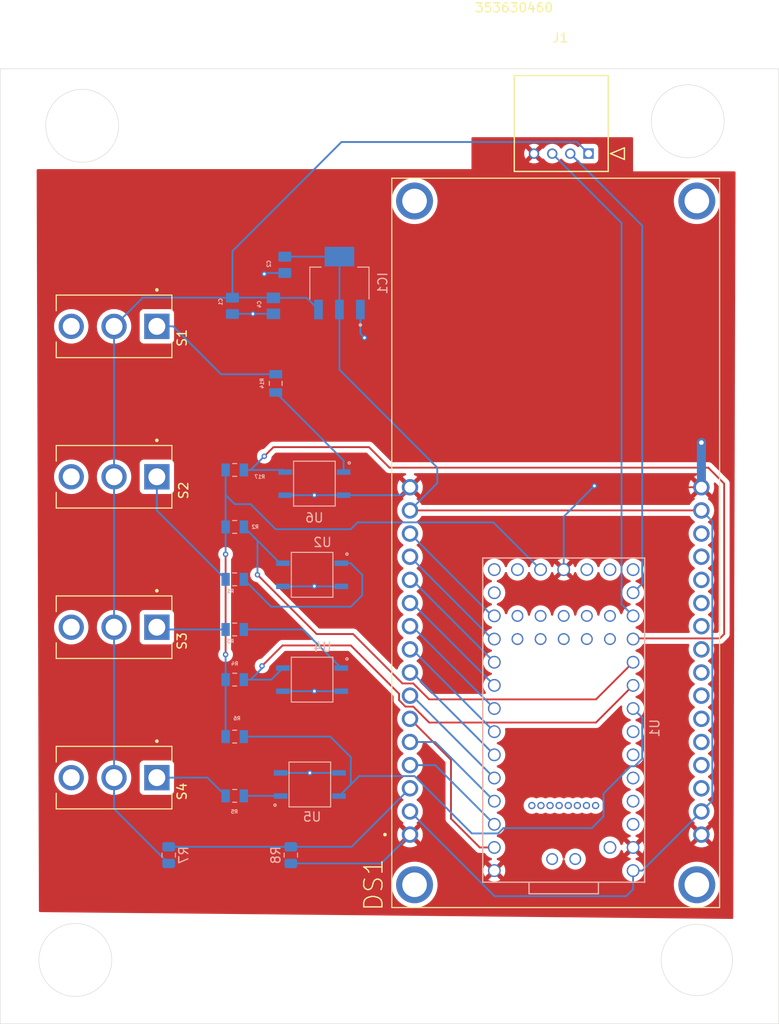
<source format=kicad_pcb>
(kicad_pcb (version 20241229) (generator "pcbnew") (generator_version "9.0")
  (layers (0 "F.Cu" signal) (2 "B.Cu" signal) (13 "F.Paste" user) (15 "B.Paste" user) (5 "F.SilkS" user "F.Silkscreen") (7 "B.SilkS" user "B.Silkscreen") (1 "F.Mask" user) (3 "B.Mask" user) (25 "Edge.Cuts" user))
  (net 0 "")
  (net 1 "GND")
  (net 2 "+12V")
  (net 3 "Net-(U1-0_RX1_CRX2_CS1)")
  (net 4 "Net-(U1-2_OUT2)")
  (net 5 "Net-(U1-4_BCLK2)")
  (net 6 "Net-(U1-5_IN2)")
  (net 7 "Net-(U1-3_LRCLK2)")
  (net 8 "Net-(U1-6_OUT1D)")
  (net 9 "Net-(U1-1_TX1_CTX2_MISO1)")
  (net 10 "Net-(U1-10_CS_MQSR)")
  (net 11 "Net-(U1-8_TX2_IN1)")
  (net 12 "+5V")
  (net 13 "Net-(U1-9_OUT1C)")
  (net 14 "Net-(U1-7_RX2_OUT1A)")
  (net 15 "Net-(U1-15_A1_RX3_SPDIF_IN)")
  (net 16 "Net-(U1-14_A0_TX3_SPDIF_OUT)")
  (net 50 "+3.7V")
  (net 55 "Net-(R14-Pad1)")
  (net 56 "Net-(R1-Pad1)")
  (net 58 "Net-(R3-Pad1)")
  (net 61 "Net-(R5-Pad1)")
  (net 62 "Net-(U1-17_A3_TX4_SDA1)")
  (net 63 "+3.3V")
  (net 64 "Net-(U1-19_A5_SCL0)")
  (net 65 "Net-(U1-16_A2_RX4_SCL1)")
  (net 66 "Net-(U1-18_A4_SDA0)")
  (net 67 "Net-(R1-Pad2)")
  (net 68 "Net-(R3-Pad2)")
  (net 69 "Net-(R5-Pad2)")
  (net 70 "Net-(R14-Pad2)")
  (footprint "100SP1T1B4M2QE:SW_100SP1T1B4M2QE" (layer "F.Cu") (at 139.25 107 -90)
    (property "Reference" "S4" (at 1.52 -7.465 90) (layer "F.SilkS"))
    (property "Value" "100SP1T1B4M2QE")
    (fp_line (start -3.43 6.35) (end -3.43 -6.35) (stroke (width 0.127)) (layer "F.SilkS"))
    (fp_line (start -1.71 6.35) (end -3.43 6.35) (stroke (width 0.127)) (layer "F.SilkS"))
    (fp_line (start 3.43 6.35) (end 1.71 6.35) (stroke (width 0.127)) (layer "F.SilkS"))
    (fp_line (start -1.71 -6.35) (end -3.43 -6.35) (stroke (width 0.127)) (layer "F.SilkS"))
    (fp_line (start 3.43 -6.35) (end 3.43 6.35) (stroke (width 0.127)) (layer "F.SilkS"))
    (fp_line (start 3.43 -6.35) (end 1.71 -6.35) (stroke (width 0.127)) (layer "F.SilkS"))
    (fp_circle (center -4 -4.7) (end -3.9 -4.7) (stroke (width 0.2)) (fill no) (layer "F.SilkS"))
    (pad "1" thru_hole rect (at 0 -4.7 270) (size 2.775 2.775) (drill 1.85) (layers "*.Cu" "*.Mask") (net 61 "Net-(R5-Pad1)"))
    (pad "2" thru_hole circle (at 0 0 270) (size 2.775 2.775) (drill 1.85) (layers "*.Cu" "*.Mask") (net 2 "+12V"))
    (pad "3" thru_hole circle (at 0 4.7 270) (size 2.775 2.775) (drill 1.85) (layers "*.Cu" "*.Mask"))
  )
  (footprint "100SP1T1B4M2QE:SW_100SP1T1B4M2QE" (layer "F.Cu") (at 139.25 57.5 -90)
    (property "Reference" "S1" (at 1.27 -7.465 90) (layer "F.SilkS"))
    (property "Value" "100SP1T1B4M2QE")
    (fp_line (start -3.43 6.35) (end -3.43 -6.35) (stroke (width 0.127)) (layer "F.SilkS"))
    (fp_line (start -1.71 6.35) (end -3.43 6.35) (stroke (width 0.127)) (layer "F.SilkS"))
    (fp_line (start 3.43 6.35) (end 1.71 6.35) (stroke (width 0.127)) (layer "F.SilkS"))
    (fp_line (start -1.71 -6.35) (end -3.43 -6.35) (stroke (width 0.127)) (layer "F.SilkS"))
    (fp_line (start 3.43 -6.35) (end 3.43 6.35) (stroke (width 0.127)) (layer "F.SilkS"))
    (fp_line (start 3.43 -6.35) (end 1.71 -6.35) (stroke (width 0.127)) (layer "F.SilkS"))
    (fp_circle (center -4 -4.7) (end -3.9 -4.7) (stroke (width 0.2)) (fill no) (layer "F.SilkS"))
    (pad "1" thru_hole rect (at 0 -4.7 270) (size 2.775 2.775) (drill 1.85) (layers "*.Cu" "*.Mask") (net 55 "Net-(R14-Pad1)"))
    (pad "2" thru_hole circle (at 0 0 270) (size 2.775 2.775) (drill 1.85) (layers "*.Cu" "*.Mask") (net 2 "+12V"))
    (pad "3" thru_hole circle (at 0 4.7 270) (size 2.775 2.775) (drill 1.85) (layers "*.Cu" "*.Mask"))
  )
  (footprint "100SP1T1B4M2QE:SW_100SP1T1B4M2QE" (layer "F.Cu") (at 139.25 90.5 -90)
    (property "Reference" "S3" (at 1.52 -7.465 90) (layer "F.SilkS"))
    (property "Value" "100SP1T1B4M2QE")
    (fp_line (start -3.43 6.35) (end -3.43 -6.35) (stroke (width 0.127)) (layer "F.SilkS"))
    (fp_line (start -1.71 6.35) (end -3.43 6.35) (stroke (width 0.127)) (layer "F.SilkS"))
    (fp_line (start 3.43 6.35) (end 1.71 6.35) (stroke (width 0.127)) (layer "F.SilkS"))
    (fp_line (start -1.71 -6.35) (end -3.43 -6.35) (stroke (width 0.127)) (layer "F.SilkS"))
    (fp_line (start 3.43 -6.35) (end 3.43 6.35) (stroke (width 0.127)) (layer "F.SilkS"))
    (fp_line (start 3.43 -6.35) (end 1.71 -6.35) (stroke (width 0.127)) (layer "F.SilkS"))
    (fp_circle (center -4 -4.7) (end -3.9 -4.7) (stroke (width 0.2)) (fill no) (layer "F.SilkS"))
    (pad "1" thru_hole rect (at 0 -4.7 270) (size 2.775 2.775) (drill 1.85) (layers "*.Cu" "*.Mask") (net 58 "Net-(R3-Pad1)"))
    (pad "2" thru_hole circle (at 0 0 270) (size 2.775 2.775) (drill 1.85) (layers "*.Cu" "*.Mask") (net 2 "+12V"))
    (pad "3" thru_hole circle (at 0 4.7 270) (size 2.775 2.775) (drill 1.85) (layers "*.Cu" "*.Mask"))
  )
  (footprint "353630460:CON_353630460" (layer "F.Cu") (at 191.3582 38.552)
    (property "Reference" "J1" (at -3.0988 -12.7 0) (layer "F.SilkS"))
    (property "Value" "353630460")
    (fp_line (start -8.1534 -8.5598) (end -8.1534 1.9558) (stroke (width 0.1524)) (layer "F.SilkS"))
    (fp_line (start -8.1534 1.9558) (end 2.159 1.9558) (stroke (width 0.1524)) (layer "F.SilkS"))
    (fp_line (start 2.159 -8.5598) (end -8.1534 -8.5598) (stroke (width 0.1524)) (layer "F.SilkS"))
    (fp_line (start 2.159 1.9558) (end 2.159 -8.5598) (stroke (width 0.1524)) (layer "F.SilkS"))
    (fp_line (start 2.413 0) (end 3.937 -0.635) (stroke (width 0.1524)) (layer "F.SilkS"))
    (fp_line (start 3.937 -0.635) (end 3.937 0.635) (stroke (width 0.1524)) (layer "F.SilkS"))
    (fp_line (start 3.937 0.635) (end 2.413 0) (stroke (width 0.1524)) (layer "F.SilkS"))
    (fp_text user "353630460" (at -8.1788 -16.002 0) (layer "F.SilkS"))
    (pad "1" thru_hole rect (at 0 0) (size 1.143 1.143) (drill 0.7874) (layers "*.Cu" "*.Mask") (net 2 "+12V"))
    (pad "2" thru_hole circle (at -2.0066 0) (size 1.143 1.143) (drill 0.7874) (layers "*.Cu" "*.Mask") (net 16 "Net-(U1-14_A0_TX3_SPDIF_OUT)"))
    (pad "3" thru_hole circle (at -3.9878 0) (size 1.143 1.143) (drill 0.7874) (layers "*.Cu" "*.Mask") (net 15 "Net-(U1-15_A1_RX3_SPDIF_IN)"))
    (pad "4" thru_hole circle (at -5.9944 0) (size 1.143 1.143) (drill 0.7874) (layers "*.Cu" "*.Mask") (net 1 "GND"))
  )
  (footprint "100SP1T1B4M2QE:SW_100SP1T1B4M2QE" (layer "F.Cu") (at 139.25 74 -90)
    (property "Reference" "S2" (at 1.5 -7.635 90) (layer "F.SilkS"))
    (property "Value" "100SP1T1B4M2QE")
    (fp_line (start -3.43 6.35) (end -3.43 -6.35) (stroke (width 0.127)) (layer "F.SilkS"))
    (fp_line (start -1.71 6.35) (end -3.43 6.35) (stroke (width 0.127)) (layer "F.SilkS"))
    (fp_line (start 3.43 6.35) (end 1.71 6.35) (stroke (width 0.127)) (layer "F.SilkS"))
    (fp_line (start -1.71 -6.35) (end -3.43 -6.35) (stroke (width 0.127)) (layer "F.SilkS"))
    (fp_line (start 3.43 -6.35) (end 3.43 6.35) (stroke (width 0.127)) (layer "F.SilkS"))
    (fp_line (start 3.43 -6.35) (end 1.71 -6.35) (stroke (width 0.127)) (layer "F.SilkS"))
    (fp_circle (center -4 -4.7) (end -3.9 -4.7) (stroke (width 0.2)) (fill no) (layer "F.SilkS"))
    (pad "1" thru_hole rect (at 0 -4.7 270) (size 2.775 2.775) (drill 1.85) (layers "*.Cu" "*.Mask") (net 56 "Net-(R1-Pad1)"))
    (pad "2" thru_hole circle (at 0 0 270) (size 2.775 2.775) (drill 1.85) (layers "*.Cu" "*.Mask") (net 2 "+12V"))
    (pad "3" thru_hole circle (at 0 4.7 270) (size 2.775 2.775) (drill 1.85) (layers "*.Cu" "*.Mask"))
  )
  (footprint "NHD-0216K1Z-NSW-BBW-L:NHD_NHD-0216K1Z-NSW-BBW-L" (layer "F.Cu") (at 187.75 81.25 90)
    (property "Reference" "DS1" (at -37.5 -20 90) (layer "F.SilkS") (effects (font (size 2 2))))
    (property "Value" "NHD-0216K1Z-NSW-BBW-L")
    (fp_line (start 40 -18) (end 40 18) (stroke (width 0.127)) (layer "F.SilkS"))
    (fp_line (start -40 -18) (end 40 -18) (stroke (width 0.127)) (layer "F.SilkS"))
    (fp_line (start 40 18) (end -40 18) (stroke (width 0.127)) (layer "F.SilkS"))
    (fp_line (start -40 18) (end -40 -18) (stroke (width 0.127)) (layer "F.SilkS"))
    (fp_circle (center -32 -18.75) (end -31.9 -18.75) (stroke (width 0.2)) (fill no) (layer "F.SilkS"))
    (pad "1_1" thru_hole circle (at -32 -16 90) (size 1.8 1.8) (drill 1.2) (layers "*.Cu" "*.Mask") (net 1 "GND"))
    (pad "1_2" thru_hole circle (at -32 16 90) (size 1.8 1.8) (drill 1.2) (layers "*.Cu" "*.Mask") (net 1 "GND"))
    (pad "2_1" thru_hole circle (at -29.46 -16 90) (size 1.8 1.8) (drill 1.2) (layers "*.Cu" "*.Mask") (net 12 "+5V"))
    (pad "2_2" thru_hole circle (at -29.46 16 90) (size 1.8 1.8) (drill 1.2) (layers "*.Cu" "*.Mask") (net 12 "+5V"))
    (pad "3_1" thru_hole circle (at -26.92 -16 90) (size 1.8 1.8) (drill 1.2) (layers "*.Cu" "*.Mask") (net 50 "+3.7V"))
    (pad "3_2" thru_hole circle (at -26.92 16 90) (size 1.8 1.8) (drill 1.2) (layers "*.Cu" "*.Mask") (net 50 "+3.7V"))
    (pad "4_1" thru_hole circle (at -24.38 -16 90) (size 1.8 1.8) (drill 1.2) (layers "*.Cu" "*.Mask") (net 9 "Net-(U1-1_TX1_CTX2_MISO1)"))
    (pad "4_2" thru_hole circle (at -24.38 16 90) (size 1.8 1.8) (drill 1.2) (layers "*.Cu" "*.Mask") (net 9 "Net-(U1-1_TX1_CTX2_MISO1)"))
    (pad "5_1" thru_hole circle (at -21.84 -16 90) (size 1.8 1.8) (drill 1.2) (layers "*.Cu" "*.Mask") (net 4 "Net-(U1-2_OUT2)"))
    (pad "5_2" thru_hole circle (at -21.84 16 90) (size 1.8 1.8) (drill 1.2) (layers "*.Cu" "*.Mask") (net 4 "Net-(U1-2_OUT2)"))
    (pad "6_1" thru_hole circle (at -19.3 -16 90) (size 1.8 1.8) (drill 1.2) (layers "*.Cu" "*.Mask") (net 3 "Net-(U1-0_RX1_CRX2_CS1)"))
    (pad "6_2" thru_hole circle (at -19.3 16 90) (size 1.8 1.8) (drill 1.2) (layers "*.Cu" "*.Mask") (net 3 "Net-(U1-0_RX1_CRX2_CS1)"))
    (pad "7_1" thru_hole circle (at -16.76 -16 90) (size 1.8 1.8) (drill 1.2) (layers "*.Cu" "*.Mask") (net 7 "Net-(U1-3_LRCLK2)"))
    (pad "7_2" thru_hole circle (at -16.76 16 90) (size 1.8 1.8) (drill 1.2) (layers "*.Cu" "*.Mask") (net 7 "Net-(U1-3_LRCLK2)"))
    (pad "8_1" thru_hole circle (at -14.22 -16 90) (size 1.8 1.8) (drill 1.2) (layers "*.Cu" "*.Mask") (net 5 "Net-(U1-4_BCLK2)"))
    (pad "8_2" thru_hole circle (at -14.22 16 90) (size 1.8 1.8) (drill 1.2) (layers "*.Cu" "*.Mask") (net 5 "Net-(U1-4_BCLK2)"))
    (pad "9_1" thru_hole circle (at -11.68 -16 90) (size 1.8 1.8) (drill 1.2) (layers "*.Cu" "*.Mask") (net 6 "Net-(U1-5_IN2)"))
    (pad "9_2" thru_hole circle (at -11.68 16 90) (size 1.8 1.8) (drill 1.2) (layers "*.Cu" "*.Mask") (net 6 "Net-(U1-5_IN2)"))
    (pad "10_1" thru_hole circle (at -9.14 -16 90) (size 1.8 1.8) (drill 1.2) (layers "*.Cu" "*.Mask") (net 8 "Net-(U1-6_OUT1D)"))
    (pad "10_2" thru_hole circle (at -9.14 16 90) (size 1.8 1.8) (drill 1.2) (layers "*.Cu" "*.Mask") (net 8 "Net-(U1-6_OUT1D)"))
    (pad "11_1" thru_hole circle (at -6.6 -16 90) (size 1.8 1.8) (drill 1.2) (layers "*.Cu" "*.Mask") (net 14 "Net-(U1-7_RX2_OUT1A)"))
    (pad "11_2" thru_hole circle (at -6.6 16 90) (size 1.8 1.8) (drill 1.2) (layers "*.Cu" "*.Mask") (net 14 "Net-(U1-7_RX2_OUT1A)"))
    (pad "12_1" thru_hole circle (at -4.06 -16 90) (size 1.8 1.8) (drill 1.2) (layers "*.Cu" "*.Mask") (net 11 "Net-(U1-8_TX2_IN1)"))
    (pad "12_2" thru_hole circle (at -4.06 16 90) (size 1.8 1.8) (drill 1.2) (layers "*.Cu" "*.Mask") (net 11 "Net-(U1-8_TX2_IN1)"))
    (pad "13_1" thru_hole circle (at -1.52 -16 90) (size 1.8 1.8) (drill 1.2) (layers "*.Cu" "*.Mask") (net 13 "Net-(U1-9_OUT1C)"))
    (pad "13_2" thru_hole circle (at -1.52 16 90) (size 1.8 1.8) (drill 1.2) (layers "*.Cu" "*.Mask") (net 13 "Net-(U1-9_OUT1C)"))
    (pad "14_1" thru_hole circle (at 1.02 -16 90) (size 1.8 1.8) (drill 1.2) (layers "*.Cu" "*.Mask") (net 10 "Net-(U1-10_CS_MQSR)"))
    (pad "14_2" thru_hole circle (at 1.02 16 90) (size 1.8 1.8) (drill 1.2) (layers "*.Cu" "*.Mask") (net 10 "Net-(U1-10_CS_MQSR)"))
    (pad "15_1" thru_hole circle (at 3.56 -16 90) (size 1.8 1.8) (drill 1.2) (layers "*.Cu" "*.Mask") (net 12 "+5V"))
    (pad "15_2" thru_hole circle (at 3.56 16 90) (size 1.8 1.8) (drill 1.2) (layers "*.Cu" "*.Mask") (net 12 "+5V"))
    (pad "16_1" thru_hole circle (at 6.1 -16 90) (size 1.8 1.8) (drill 1.2) (layers "*.Cu" "*.Mask") (net 1 "GND"))
    (pad "16_2" thru_hole circle (at 6.1 16 90) (size 1.8 1.8) (drill 1.2) (layers "*.Cu" "*.Mask") (net 1 "GND"))
    (pad "S1" thru_hole circle (at -37.5 15.5 90) (size 4.05 4.05) (drill 2.7) (layers "*.Cu" "*.Mask"))
    (pad "S2" thru_hole circle (at 37.5 15.5 90) (size 4.05 4.05) (drill 2.7) (layers "*.Cu" "*.Mask"))
    (pad "S3" thru_hole circle (at -37.5 -15.5 90) (size 4.05 4.05) (drill 2.7) (layers "*.Cu" "*.Mask"))
    (pad "S4" thru_hole circle (at 37.5 -15.5 90) (size 4.05 4.05) (drill 2.7) (layers "*.Cu" "*.Mask"))
  )
  (footprint "teensy.pretty-master:Teensy40_SMT" (layer "B.Cu") (at 188.63 100.69 90)
    (property "Reference" "U1" (at -0.885 10 90) (layer "B.SilkS") (effects (justify mirror)))
    (property "Value" "Teensy4.0")
    (fp_line (start 17.78 -8.89) (end 17.78 8.89) (stroke (width 0.15)) (layer "B.SilkS"))
    (fp_line (start -17.78 -8.89) (end 17.78 -8.89) (stroke (width 0.15)) (layer "B.SilkS"))
    (fp_line (start -19.05 -3.81) (end -17.78 -3.81) (stroke (width 0.15)) (layer "B.SilkS"))
    (fp_line (start -17.78 3.81) (end -19.05 3.81) (stroke (width 0.15)) (layer "B.SilkS"))
    (fp_line (start -19.05 3.81) (end -19.05 -3.81) (stroke (width 0.15)) (layer "B.SilkS"))
    (fp_line (start 17.78 8.89) (end -17.78 8.89) (stroke (width 0.15)) (layer "B.SilkS"))
    (fp_line (start -17.78 8.89) (end -17.78 -8.89) (stroke (width 0.15)) (layer "B.SilkS"))
    (pad "1" thru_hole circle (at -16.51 -7.62 90) (size 1.404 1.404) (drill 1.1) (layers "*.Cu" "*.Mask") (net 1 "GND"))
    (pad "2" thru_hole circle (at -13.97 -7.62 90) (size 1.404 1.404) (drill 1.1) (layers "*.Cu" "*.Mask") (net 3 "Net-(U1-0_RX1_CRX2_CS1)"))
    (pad "3" thru_hole circle (at -11.43 -7.62 90) (size 1.404 1.404) (drill 1.1) (layers "*.Cu" "*.Mask") (net 9 "Net-(U1-1_TX1_CTX2_MISO1)"))
    (pad "4" thru_hole circle (at -8.89 -7.62 90) (size 1.404 1.404) (drill 1.1) (layers "*.Cu" "*.Mask") (net 4 "Net-(U1-2_OUT2)"))
    (pad "5" thru_hole circle (at -6.35 -7.62 90) (size 1.404 1.404) (drill 1.1) (layers "*.Cu" "*.Mask") (net 7 "Net-(U1-3_LRCLK2)"))
    (pad "6" thru_hole circle (at -3.81 -7.62 90) (size 1.404 1.404) (drill 1.1) (layers "*.Cu" "*.Mask") (net 5 "Net-(U1-4_BCLK2)"))
    (pad "7" thru_hole circle (at -1.27 -7.62 90) (size 1.404 1.404) (drill 1.1) (layers "*.Cu" "*.Mask") (net 6 "Net-(U1-5_IN2)"))
    (pad "8" thru_hole circle (at 1.27 -7.62 90) (size 1.404 1.404) (drill 1.1) (layers "*.Cu" "*.Mask") (net 8 "Net-(U1-6_OUT1D)"))
    (pad "9" thru_hole circle (at 3.81 -7.62 90) (size 1.404 1.404) (drill 1.1) (layers "*.Cu" "*.Mask") (net 14 "Net-(U1-7_RX2_OUT1A)"))
    (pad "10" thru_hole circle (at 6.35 -7.62 90) (size 1.404 1.404) (drill 1.1) (layers "*.Cu" "*.Mask") (net 11 "Net-(U1-8_TX2_IN1)"))
    (pad "11" thru_hole circle (at 8.89 -7.62 90) (size 1.404 1.404) (drill 1.1) (layers "*.Cu" "*.Mask") (net 13 "Net-(U1-9_OUT1C)"))
    (pad "12" thru_hole circle (at 11.43 -7.62 90) (size 1.404 1.404) (drill 1.1) (layers "*.Cu" "*.Mask") (net 10 "Net-(U1-10_CS_MQSR)"))
    (pad "13" thru_hole circle (at 13.97 -7.62 90) (size 1.404 1.404) (drill 1.1) (layers "*.Cu" "*.Mask"))
    (pad "14" thru_hole circle (at 16.51 -7.62 90) (size 1.404 1.404) (drill 1.1) (layers "*.Cu" "*.Mask"))
    (pad "15" thru_hole circle (at 16.51 -5.08 90) (size 1.404 1.404) (drill 1.1) (layers "*.Cu" "*.Mask"))
    (pad "16" thru_hole circle (at 16.51 -2.54 90) (size 1.404 1.404) (drill 1.1) (layers "*.Cu" "*.Mask") (net 63 "+3.3V"))
    (pad "17" thru_hole circle (at 16.51 0 90) (size 1.404 1.404) (drill 1.1) (layers "*.Cu" "*.Mask") (net 1 "GND"))
    (pad "18" thru_hole circle (at 16.51 2.54 90) (size 1.404 1.404) (drill 1.1) (layers "*.Cu" "*.Mask"))
    (pad "19" thru_hole circle (at 16.51 5.08 90) (size 1.404 1.404) (drill 1.1) (layers "*.Cu" "*.Mask"))
    (pad "20" thru_hole circle (at 16.51 7.62 90) (size 1.404 1.404) (drill 1.1) (layers "*.Cu" "*.Mask"))
    (pad "21" thru_hole circle (at 13.97 7.62 90) (size 1.404 1.404) (drill 1.1) (layers "*.Cu" "*.Mask") (net 16 "Net-(U1-14_A0_TX3_SPDIF_OUT)"))
    (pad "22" thru_hole circle (at 11.43 7.62 90) (size 1.404 1.404) (drill 1.1) (layers "*.Cu" "*.Mask") (net 15 "Net-(U1-15_A1_RX3_SPDIF_IN)"))
    (pad "23" thru_hole circle (at 8.89 7.62 90) (size 1.404 1.404) (drill 1.1) (layers "*.Cu" "*.Mask") (net 65 "Net-(U1-16_A2_RX4_SCL1)"))
    (pad "24" thru_hole circle (at 6.35 7.62 90) (size 1.404 1.404) (drill 1.1) (layers "*.Cu" "*.Mask") (net 62 "Net-(U1-17_A3_TX4_SDA1)"))
    (pad "25" thru_hole circle (at 3.81 7.62 90) (size 1.404 1.404) (drill 1.1) (layers "*.Cu" "*.Mask") (net 66 "Net-(U1-18_A4_SDA0)"))
    (pad "26" thru_hole circle (at 1.27 7.62 90) (size 1.404 1.404) (drill 1.1) (layers "*.Cu" "*.Mask") (net 64 "Net-(U1-19_A5_SCL0)"))
    (pad "27" thru_hole circle (at -1.27 7.62 90) (size 1.404 1.404) (drill 1.1) (layers "*.Cu" "*.Mask"))
    (pad "28" thru_hole circle (at -3.81 7.62 90) (size 1.404 1.404) (drill 1.1) (layers "*.Cu" "*.Mask"))
    (pad "29" thru_hole circle (at -6.35 7.62 90) (size 1.404 1.404) (drill 1.1) (layers "*.Cu" "*.Mask"))
    (pad "30" thru_hole circle (at -8.89 7.62 90) (size 1.404 1.404) (drill 1.1) (layers "*.Cu" "*.Mask"))
    (pad "31" thru_hole circle (at -11.43 7.62 90) (size 1.404 1.404) (drill 1.1) (layers "*.Cu" "*.Mask"))
    (pad "32" thru_hole circle (at -13.97 7.62 90) (size 1.404 1.404) (drill 1.1) (layers "*.Cu" "*.Mask") (net 1 "GND"))
    (pad "33" thru_hole circle (at -16.51 7.62 90) (size 1.404 1.404) (drill 1.1) (layers "*.Cu" "*.Mask") (net 12 "+5V"))
    (pad "34" thru_hole circle (at -13.97 5.08 90) (size 1.404 1.404) (drill 1.1) (layers "*.Cu" "*.Mask"))
    (pad "35" thru_hole circle (at 11.43 5.08 90) (size 1.304 1.304) (drill 1) (layers "*.Cu" "*.Mask"))
    (pad "36" thru_hole circle (at 8.89 5.08 90) (size 1.304 1.304) (drill 1) (layers "*.Cu" "*.Mask"))
    (pad "37" thru_hole circle (at 11.43 2.54 90) (size 1.304 1.304) (drill 1) (layers "*.Cu" "*.Mask"))
    (pad "38" thru_hole circle (at 8.89 2.54 90) (size 1.304 1.304) (drill 1) (layers "*.Cu" "*.Mask"))
    (pad "39" thru_hole circle (at 11.43 0 90) (size 1.304 1.304) (drill 1) (layers "*.Cu" "*.Mask"))
    (pad "40" thru_hole circle (at 8.89 0 90) (size 1.304 1.304) (drill 1) (layers "*.Cu" "*.Mask"))
    (pad "41" thru_hole circle (at 11.43 -2.54 90) (size 1.304 1.304) (drill 1) (layers "*.Cu" "*.Mask"))
    (pad "42" thru_hole circle (at 8.89 -2.54 90) (size 1.304 1.304) (drill 1) (layers "*.Cu" "*.Mask"))
    (pad "43" thru_hole circle (at 11.43 -5.08 90) (size 1.304 1.304) (drill 1) (layers "*.Cu" "*.Mask"))
    (pad "44" thru_hole circle (at 8.89 -5.08 90) (size 1.304 1.304) (drill 1) (layers "*.Cu" "*.Mask"))
    (pad "45" thru_hole circle (at -9.3716 3.5 90) (size 0.804 0.804) (drill 0.5) (layers "*.Cu" "*.Mask"))
    (pad "46" thru_hole circle (at -9.3716 2.5 90) (size 0.804 0.804) (drill 0.5) (layers "*.Cu" "*.Mask"))
    (pad "47" thru_hole circle (at -9.3716 1.5 90) (size 0.804 0.804) (drill 0.5) (layers "*.Cu" "*.Mask"))
    (pad "48" thru_hole circle (at -9.3716 0.5 90) (size 0.804 0.804) (drill 0.5) (layers "*.Cu" "*.Mask"))
    (pad "49" thru_hole circle (at -9.3716 -0.5 90) (size 0.804 0.804) (drill 0.5) (layers "*.Cu" "*.Mask"))
    (pad "50" thru_hole circle (at -9.3716 -1.5 90) (size 0.804 0.804) (drill 0.5) (layers "*.Cu" "*.Mask"))
    (pad "51" thru_hole circle (at -9.3716 -2.5 90) (size 0.804 0.804) (drill 0.5) (layers "*.Cu" "*.Mask"))
    (pad "52" thru_hole circle (at -9.3716 -3.5 90) (size 0.804 0.804) (drill 0.5) (layers "*.Cu" "*.Mask"))
    (pad "53" thru_hole circle (at -15.24 1.27 90) (size 1.304 1.304) (drill 1) (layers "*.Cu" "*.Mask"))
    (pad "54" thru_hole circle (at -15.24 -1.27 90) (size 1.304 1.304) (drill 1) (layers "*.Cu" "*.Mask"))
  )
  (footprint "CRCW08051K00FKEA:RESC2012X50N" (layer "B.Cu") (at 152.5 109)
    (property "Reference" "R5" (at -0.035 1.73 0) (layer "B.SilkS") (effects (font (size 0.393701 0.393701)) (justify mirror)))
    (property "Value" "10K")
    (fp_line (start -0.22 -0.7) (end 0.22 -0.7) (stroke (width 0.127)) (layer "B.SilkS"))
    (fp_line (start -0.22 0.7) (end 0.22 0.7) (stroke (width 0.127)) (layer "B.SilkS"))
    (pad "1" smd rect (at -1 0) (size 0.92 1.42) (layers "B.Cu" "B.Mask" "B.Paste") (net 61 "Net-(R5-Pad1)"))
    (pad "2" smd rect (at 1 0) (size 0.92 1.42) (layers "B.Cu" "B.Mask" "B.Paste") (net 69 "Net-(R5-Pad2)"))
  )
  (footprint "CRCW08051K00FKEA:RESC2012X50N" (layer "B.Cu") (at 152.5 90.75)
    (property "Reference" "R3" (at -0.46 1.3 0) (layer "B.SilkS") (effects (font (size 0.393701 0.393701)) (justify mirror)))
    (property "Value" "10K")
    (fp_line (start -0.22 -0.7) (end 0.22 -0.7) (stroke (width 0.127)) (layer "B.SilkS"))
    (fp_line (start -0.22 0.7) (end 0.22 0.7) (stroke (width 0.127)) (layer "B.SilkS"))
    (pad "1" smd rect (at -1 0) (size 0.92 1.42) (layers "B.Cu" "B.Mask" "B.Paste") (net 58 "Net-(R3-Pad1)"))
    (pad "2" smd rect (at 1 0) (size 0.92 1.42) (layers "B.Cu" "B.Mask" "B.Paste") (net 68 "Net-(R3-Pad2)"))
  )
  (footprint "CL21A106KOQNNNE:CAPC2012X140N" (layer "B.Cu") (at 152.25 55.25 -90)
    (property "Reference" "C1" (at -0.44 1.3 90) (layer "B.SilkS") (effects (font (size 0.393701 0.393701)) (justify mirror)))
    (property "Value" "CL21A106KOQNNNE")
    (pad "1" smd roundrect (at -0.895 0 270) (size 1.08 1.42) (layers "B.Cu" "B.Mask" "B.Paste") (roundrect_rratio 0.125) (net 2 "+12V"))
    (pad "2" smd roundrect (at 0.895 0 270) (size 1.08 1.42) (layers "B.Cu" "B.Mask" "B.Paste") (roundrect_rratio 0.125) (net 1 "GND"))
  )
  (footprint "CL21A106KOQNNNE:CAPC2012X140N" (layer "B.Cu") (at 158 50.75 -90)
    (property "Reference" "C2" (at -0.105 1.75 90) (layer "B.SilkS") (effects (font (size 0.393701 0.393701)) (justify mirror)))
    (property "Value" "CL21A106KOQNNNE")
    (pad "1" smd roundrect (at -0.895 0 270) (size 1.08 1.42) (layers "B.Cu" "B.Mask" "B.Paste") (roundrect_rratio 0.125) (net 12 "+5V"))
    (pad "2" smd roundrect (at 0.895 0 270) (size 1.08 1.42) (layers "B.Cu" "B.Mask" "B.Paste") (roundrect_rratio 0.125) (net 1 "GND"))
  )
  (footprint "VOM618A-3T:SOIC254P695X242-4N" (layer "B.Cu") (at 161.25 74.75 180)
    (property "Reference" "U6" (at 0 -3.75 0) (layer "B.SilkS") (effects (font (size 1.000898 1.000898)) (justify mirror)))
    (property "Value" "VOM618A-3T")
    (fp_line (start 2.285 2.46) (end 2.285 -2.46) (stroke (width 0.127)) (layer "B.SilkS"))
    (fp_line (start 2.285 -2.46) (end -2.285 -2.46) (stroke (width 0.127)) (layer "B.SilkS"))
    (fp_line (start -2.285 2.46) (end 2.285 2.46) (stroke (width 0.127)) (layer "B.SilkS"))
    (fp_line (start -2.285 -2.46) (end -2.285 2.46) (stroke (width 0.127)) (layer "B.SilkS"))
    (fp_circle (center -3.826 2.27) (end -3.699 2.27) (stroke (width 0.127)) (fill no) (layer "B.SilkS"))
    (pad "1" smd rect (at -3.205 1.27 180) (size 1.5 0.6) (layers "B.Cu" "B.Mask" "B.Paste") (net 70 "Net-(R14-Pad2)"))
    (pad "2" smd rect (at -3.205 -1.27 180) (size 1.5 0.6) (layers "B.Cu" "B.Mask" "B.Paste") (net 1 "GND"))
    (pad "3" smd rect (at 3.205 -1.27 180) (size 1.5 0.6) (layers "B.Cu" "B.Mask" "B.Paste") (net 1 "GND"))
    (pad "4" smd rect (at 3.205 1.27 180) (size 1.5 0.6) (layers "B.Cu" "B.Mask" "B.Paste") (net 65 "Net-(U1-16_A2_RX4_SCL1)"))
  )
  (footprint "CRCW08051K00FKEA:RESC2012X50N" (layer "B.Cu") (at 152.5 79.5 180)
    (property "Reference" "R2" (at -2.25 0 0) (layer "B.SilkS") (effects (font (size 0.393701 0.393701)) (justify mirror)))
    (property "Value" "10K")
    (fp_line (start -0.22 0.7) (end 0.22 0.7) (stroke (width 0.127)) (layer "B.SilkS"))
    (fp_line (start -0.22 -0.7) (end 0.22 -0.7) (stroke (width 0.127)) (layer "B.SilkS"))
    (pad "1" smd rect (at -1 0 180) (size 0.92 1.42) (layers "B.Cu" "B.Mask" "B.Paste") (net 62 "Net-(U1-17_A3_TX4_SDA1)"))
    (pad "2" smd rect (at 1 0 180) (size 0.92 1.42) (layers "B.Cu" "B.Mask" "B.Paste") (net 63 "+3.3V"))
  )
  (footprint "CRCW08051K00FKEA:RESC2012X50N" (layer "B.Cu") (at 152.5 96.25 180)
    (property "Reference" "R4" (at 0 1.75 0) (layer "B.SilkS") (effects (font (size 0.393701 0.393701)) (justify mirror)))
    (property "Value" "10K")
    (fp_line (start -0.22 0.7) (end 0.22 0.7) (stroke (width 0.127)) (layer "B.SilkS"))
    (fp_line (start -0.22 -0.7) (end 0.22 -0.7) (stroke (width 0.127)) (layer "B.SilkS"))
    (pad "1" smd rect (at -1 0 180) (size 0.92 1.42) (layers "B.Cu" "B.Mask" "B.Paste") (net 66 "Net-(U1-18_A4_SDA0)"))
    (pad "2" smd rect (at 1 0 180) (size 0.92 1.42) (layers "B.Cu" "B.Mask" "B.Paste") (net 63 "+3.3V"))
  )
  (footprint "CRCW08051K00FKEA:RESC2012X50N" (layer "B.Cu") (at 157 63.75 -90)
    (property "Reference" "R14" (at 0 1.5 90) (layer "B.SilkS") (effects (font (size 0.393701 0.393701)) (justify mirror)))
    (property "Value" "10K")
    (fp_line (start -0.22 0.7) (end 0.22 0.7) (stroke (width 0.127)) (layer "B.SilkS"))
    (fp_line (start -0.22 -0.7) (end 0.22 -0.7) (stroke (width 0.127)) (layer "B.SilkS"))
    (pad "1" smd rect (at -1 0 270) (size 0.92 1.42) (layers "B.Cu" "B.Mask" "B.Paste") (net 55 "Net-(R14-Pad1)"))
    (pad "2" smd rect (at 1 0 270) (size 0.92 1.42) (layers "B.Cu" "B.Mask" "B.Paste") (net 70 "Net-(R14-Pad2)"))
  )
  (footprint "VOM618A-3T:SOIC254P695X242-4N" (layer "B.Cu") (at 160.75 107.75)
    (property "Reference" "U5" (at 0.25 3.5592 0) (layer "B.SilkS") (effects (font (size 1.000898 1.000898)) (justify mirror)))
    (property "Value" "VOM618A-3T")
    (fp_line (start -2.285 -2.46) (end -2.285 2.46) (stroke (width 0.127)) (layer "B.SilkS"))
    (fp_line (start -2.285 2.46) (end 2.285 2.46) (stroke (width 0.127)) (layer "B.SilkS"))
    (fp_line (start 2.285 -2.46) (end -2.285 -2.46) (stroke (width 0.127)) (layer "B.SilkS"))
    (fp_line (start 2.285 2.46) (end 2.285 -2.46) (stroke (width 0.127)) (layer "B.SilkS"))
    (fp_circle (center -3.826 2.27) (end -3.699 2.27) (stroke (width 0.127)) (fill no) (layer "B.SilkS"))
    (pad "1" smd rect (at -3.205 1.27) (size 1.5 0.6) (layers "B.Cu" "B.Mask" "B.Paste") (net 69 "Net-(R5-Pad2)"))
    (pad "2" smd rect (at -3.205 -1.27) (size 1.5 0.6) (layers "B.Cu" "B.Mask" "B.Paste") (net 1 "GND"))
    (pad "3" smd rect (at 3.205 -1.27) (size 1.5 0.6) (layers "B.Cu" "B.Mask" "B.Paste") (net 1 "GND"))
    (pad "4" smd rect (at 3.205 1.27) (size 1.5 0.6) (layers "B.Cu" "B.Mask" "B.Paste") (net 64 "Net-(U1-19_A5_SCL0)"))
  )
  (footprint "Resistor_SMD:R_0805_2012Metric" (layer "B.Cu") (at 145.25 115.5 90)
    (property "Reference" "R7" (at 0 1.65 90) (layer "B.SilkS") (effects (justify mirror)))
    (property "Value" "R_250")
    (fp_line (start -0.227064 -0.735) (end 0.227064 -0.735) (stroke (width 0.12)) (layer "B.SilkS"))
    (fp_line (start -0.227064 0.735) (end 0.227064 0.735) (stroke (width 0.12)) (layer "B.SilkS"))
    (pad "1" smd roundrect (at -0.9125 0 90) (size 1.025 1.4) (layers "B.Cu" "B.Mask" "B.Paste") (roundrect_rratio 0.243902) (net 2 "+12V"))
    (pad "2" smd roundrect (at 0.9125 0 90) (size 1.025 1.4) (layers "B.Cu" "B.Mask" "B.Paste") (roundrect_rratio 0.243902) (net 50 "+3.7V"))
  )
  (footprint "CRCW08051K00FKEA:RESC2012X50N" (layer "B.Cu") (at 152.5 102.5 180)
    (property "Reference" "R6" (at -0.25 2 0) (layer "B.SilkS") (effects (font (size 0.393701 0.393701)) (justify mirror)))
    (property "Value" "10K")
    (fp_line (start -0.22 0.7) (end 0.22 0.7) (stroke (width 0.127)) (layer "B.SilkS"))
    (fp_line (start -0.22 -0.7) (end 0.22 -0.7) (stroke (width 0.127)) (layer "B.SilkS"))
    (pad "1" smd rect (at -1 0 180) (size 0.92 1.42) (layers "B.Cu" "B.Mask" "B.Paste") (net 64 "Net-(U1-19_A5_SCL0)"))
    (pad "2" smd rect (at 1 0 180) (size 0.92 1.42) (layers "B.Cu" "B.Mask" "B.Paste") (net 63 "+3.3V"))
  )
  (footprint "C0805C104Z3VACTU:CAPC2012X88N" (layer "B.Cu") (at 156.75 55.25 -90)
    (property "Reference" "C4" (at -0.168 1.545 90) (layer "B.SilkS") (effects (font (size 0.393701 0.393701)) (justify mirror)))
    (property "Value" "C0805C104Z3VACTU")
    (pad "1" smd rect (at -0.875 0 270) (size 1.16 1.47) (layers "B.Cu" "B.Mask" "B.Paste") (net 2 "+12V"))
    (pad "2" smd rect (at 0.875 0 270) (size 1.16 1.47) (layers "B.Cu" "B.Mask" "B.Paste") (net 1 "GND"))
  )
  (footprint "VOM618A-3T:SOIC254P695X242-4N" (layer "B.Cu") (at 161 84.75 180)
    (property "Reference" "U2" (at -1.14404 3.5592 0) (layer "B.SilkS") (effects (font (size 1.000898 1.000898)) (justify mirror)))
    (property "Value" "VOM618A-3T")
    (fp_line (start 2.285 2.46) (end 2.285 -2.46) (stroke (width 0.127)) (layer "B.SilkS"))
    (fp_line (start 2.285 -2.46) (end -2.285 -2.46) (stroke (width 0.127)) (layer "B.SilkS"))
    (fp_line (start -2.285 2.46) (end 2.285 2.46) (stroke (width 0.127)) (layer "B.SilkS"))
    (fp_line (start -2.285 -2.46) (end -2.285 2.46) (stroke (width 0.127)) (layer "B.SilkS"))
    (fp_circle (center -3.826 2.27) (end -3.699 2.27) (stroke (width 0.127)) (fill no) (layer "B.SilkS"))
    (pad "1" smd rect (at -3.205 1.27 180) (size 1.5 0.6) (layers "B.Cu" "B.Mask" "B.Paste") (net 67 "Net-(R1-Pad2)"))
    (pad "2" smd rect (at -3.205 -1.27 180) (size 1.5 0.6) (layers "B.Cu" "B.Mask" "B.Paste") (net 1 "GND"))
    (pad "3" smd rect (at 3.205 -1.27 180) (size 1.5 0.6) (layers "B.Cu" "B.Mask" "B.Paste") (net 1 "GND"))
    (pad "4" smd rect (at 3.205 1.27 180) (size 1.5 0.6) (layers "B.Cu" "B.Mask" "B.Paste") (net 62 "Net-(U1-17_A3_TX4_SDA1)"))
  )
  (footprint "CRCW08051K00FKEA:RESC2012X50N" (layer "B.Cu") (at 152.5 73.25 180)
    (property "Reference" "R17" (at -2.75 -0.75 0) (layer "B.SilkS") (effects (font (size 0.393701 0.393701)) (justify mirror)))
    (property "Value" "10K")
    (fp_line (start -0.22 0.7) (end 0.22 0.7) (stroke (width 0.127)) (layer "B.SilkS"))
    (fp_line (start -0.22 -0.7) (end 0.22 -0.7) (stroke (width 0.127)) (layer "B.SilkS"))
    (pad "1" smd rect (at -1 0 180) (size 0.92 1.42) (layers "B.Cu" "B.Mask" "B.Paste") (net 65 "Net-(U1-16_A2_RX4_SCL1)"))
    (pad "2" smd rect (at 1 0 180) (size 0.92 1.42) (layers "B.Cu" "B.Mask" "B.Paste") (net 63 "+3.3V"))
  )
  (footprint "REG1117-5:SOT230P700X180-4N" (layer "B.Cu") (at 164 52.75 90)
    (property "Reference" "IC1" (at -0.025 4.754 90) (layer "B.SilkS") (effects (justify mirror)))
    (property "Value" "REG1117-5")
    (fp_line (start 1.75 -3.25) (end 1.75 -2.01) (stroke (width 0.127)) (layer "B.SilkS"))
    (fp_line (start -1.75 -3.25) (end 1.75 -3.25) (stroke (width 0.127)) (layer "B.SilkS"))
    (fp_line (start 1.75 3.25) (end 1.75 2.01) (stroke (width 0.127)) (layer "B.SilkS"))
    (fp_line (start -1.75 3.25) (end 1.75 3.25) (stroke (width 0.127)) (layer "B.SilkS"))
    (fp_circle (center -4.6 2.3) (end -4.5 2.3) (stroke (width 0.2)) (fill no) (layer "B.SilkS"))
    (pad "1" smd rect (at -2.9 2.3 90) (size 2.15 0.95) (layers "B.Cu" "B.Mask" "B.Paste") (net 1 "GND"))
    (pad "2" smd rect (at -2.9 0 90) (size 2.15 0.95) (layers "B.Cu" "B.Mask" "B.Paste") (net 12 "+5V"))
    (pad "2" smd rect (at 2.9 0 90) (size 2.15 3.25) (layers "B.Cu" "B.Mask" "B.Paste") (net 12 "+5V"))
    (pad "3" smd rect (at -2.9 -2.3 90) (size 2.15 0.95) (layers "B.Cu" "B.Mask" "B.Paste") (net 2 "+12V"))
  )
  (footprint "VOM618A-3T:SOIC254P695X242-4N" (layer "B.Cu") (at 161 96.25 180)
    (property "Reference" "U4" (at -1.14404 3.5592 0) (layer "B.SilkS") (effects (font (size 1.000898 1.000898)) (justify mirror)))
    (property "Value" "VOM618A-3T")
    (fp_line (start 2.285 2.46) (end 2.285 -2.46) (stroke (width 0.127)) (layer "B.SilkS"))
    (fp_line (start 2.285 -2.46) (end -2.285 -2.46) (stroke (width 0.127)) (layer "B.SilkS"))
    (fp_line (start -2.285 2.46) (end 2.285 2.46) (stroke (width 0.127)) (layer "B.SilkS"))
    (fp_line (start -2.285 -2.46) (end -2.285 2.46) (stroke (width 0.127)) (layer "B.SilkS"))
    (fp_circle (center -3.826 2.27) (end -3.699 2.27) (stroke (width 0.127)) (fill no) (layer "B.SilkS"))
    (pad "1" smd rect (at -3.205 1.27 180) (size 1.5 0.6) (layers "B.Cu" "B.Mask" "B.Paste") (net 68 "Net-(R3-Pad2)"))
    (pad "2" smd rect (at -3.205 -1.27 180) (size 1.5 0.6) (layers "B.Cu" "B.Mask" "B.Paste") (net 1 "GND"))
    (pad "3" smd rect (at 3.205 -1.27 180) (size 1.5 0.6) (layers "B.Cu" "B.Mask" "B.Paste") (net 1 "GND"))
    (pad "4" smd rect (at 3.205 1.27 180) (size 1.5 0.6) (layers "B.Cu" "B.Mask" "B.Paste") (net 66 "Net-(U1-18_A4_SDA0)"))
  )
  (footprint "CRCW08051K00FKEA:RESC2012X50N" (layer "B.Cu") (at 152.5 85.25)
    (property "Reference" "R1" (at -0.46 1.3 0) (layer "B.SilkS") (effects (font (size 0.393701 0.393701)) (justify mirror)))
    (property "Value" "10K")
    (fp_line (start -0.22 -0.7) (end 0.22 -0.7) (stroke (width 0.127)) (layer "B.SilkS"))
    (fp_line (start -0.22 0.7) (end 0.22 0.7) (stroke (width 0.127)) (layer "B.SilkS"))
    (pad "1" smd rect (at -1 0) (size 0.92 1.42) (layers "B.Cu" "B.Mask" "B.Paste") (net 56 "Net-(R1-Pad1)"))
    (pad "2" smd rect (at 1 0) (size 0.92 1.42) (layers "B.Cu" "B.Mask" "B.Paste") (net 67 "Net-(R1-Pad2)"))
  )
  (footprint "Resistor_SMD:R_0805_2012Metric" (layer "B.Cu") (at 158.6625 115.5 -90)
    (property "Reference" "R8" (at 0 1.65 90) (layer "B.SilkS") (effects (justify mirror)))
    (property "Value" "R_110")
    (fp_line (start -0.227064 0.735) (end 0.227064 0.735) (stroke (width 0.12)) (layer "B.SilkS"))
    (fp_line (start -0.227064 -0.735) (end 0.227064 -0.735) (stroke (width 0.12)) (layer "B.SilkS"))
    (pad "1" smd roundrect (at -0.9125 0 270) (size 1.025 1.4) (layers "B.Cu" "B.Mask" "B.Paste") (roundrect_rratio 0.243902) (net 50 "+3.7V"))
    (pad "2" smd roundrect (at 0.9125 0 270) (size 1.025 1.4) (layers "B.Cu" "B.Mask" "B.Paste") (roundrect_rratio 0.243902) (net 1 "GND"))
  )
  (gr_circle (center 135.75 35.5) (end 135.75 39.5) (stroke (width 0.05)) (fill no) (layer "Edge.Cuts"))
  (gr_circle (center 203.25 127) (end 205 130.5) (stroke (width 0.05)) (fill no) (layer "Edge.Cuts"))
  (gr_circle (center 135 127) (end 135 131) (stroke (width 0.05)) (fill no) (layer "Edge.Cuts"))
  (gr_rect (start 126.75 29.25) (end 212.25 134) (stroke (width 0.05)) (fill no) (layer "Edge.Cuts"))
  (gr_circle (center 202.25 35) (end 202.25 39) (stroke (width 0.05)) (fill no) (layer "Edge.Cuts"))
  (segment (start 192.15 75.15) (end 203.75 75.15) (width 0.2) (layer "F.Cu") (net 1))
  (segment (start 192 75) (end 192.15 75.15) (width 0.2) (layer "F.Cu") (net 1))
  (via (at 203.75 70.25) (size 1) (drill 0.5) (layers "F.Cu" "B.Cu") (net 1))
  (via (at 161.25 86) (size 0.6) (drill 0.3) (layers "F.Cu" "B.Cu") (net 1))
  (via (at 192 75) (size 0.6) (drill 0.3) (layers "F.Cu" "B.Cu") (net 1))
  (via (at 161.25 97.52) (size 0.6) (drill 0.3) (layers "F.Cu" "B.Cu") (net 1))
  (via (at 161.25 76.02) (size 0.6) (drill 0.3) (layers "F.Cu" "B.Cu") (net 1))
  (via (at 154.5 56.125) (size 0.6) (drill 0.3) (layers "F.Cu" "B.Cu") (net 1))
  (via (at 166.75 58.75) (size 0.6) (drill 0.3) (layers "F.Cu" "B.Cu") (net 1))
  (via (at 160.75 106.48) (size 0.6) (drill 0.3) (layers "F.Cu" "B.Cu") (net 1))
  (via (at 155.75 51.75) (size 0.6) (drill 0.3) (layers "F.Cu" "B.Cu") (net 1))
  (segment (start 157.795 97.52) (end 161.25 97.52) (width 0.2) (layer "B.Cu") (net 1))
  (segment (start 166.3 55.65) (end 166.3 58.3) (width 0.2) (layer "B.Cu") (net 1))
  (segment (start 152.27 56.125) (end 152.25 56.145) (width 0.2) (layer "B.Cu") (net 1))
  (segment (start 164.455 76.02) (end 170.88 76.02) (width 0.2) (layer "B.Cu") (net 1))
  (segment (start 160.75 106.48) (end 163.955 106.48) (width 0.2) (layer "B.Cu") (net 1))
  (segment (start 156.75 56.125) (end 156.75 56.25) (width 0.2) (layer "B.Cu") (net 1))
  (segment (start 170.88 76.02) (end 171.75 75.15) (width 0.2) (layer "B.Cu") (net 1))
  (segment (start 157.795 86.02) (end 161.23 86.02) (width 0.2) (layer "B.Cu") (net 1))
  (segment (start 161.27 86.02) (end 164.205 86.02) (width 0.2) (layer "B.Cu") (net 1))
  (segment (start 168.5875 116.4125) (end 171.75 113.25) (width 0.2) (layer "B.Cu") (net 1))
  (segment (start 161.23 86.02) (end 161.25 86) (width 0.2) (layer "B.Cu") (net 1))
  (segment (start 188.63 84.18) (end 188.63 78.37) (width 0.2) (layer "B.Cu") (net 1))
  (segment (start 161.25 97.52) (end 164.205 97.52) (width 0.2) (layer "B.Cu") (net 1))
  (segment (start 158.045 76.02) (end 161.25 76.02) (width 0.2) (layer "B.Cu") (net 1))
  (segment (start 158 51.645) (end 155.855 51.645) (width 0.2) (layer "B.Cu") (net 1))
  (segment (start 155.855 51.645) (end 155.75 51.75) (width 0.2) (layer "B.Cu") (net 1))
  (segment (start 157.545 106.48) (end 160.75 106.48) (width 0.2) (layer "B.Cu") (net 1))
  (segment (start 188.63 78.37) (end 192 75) (width 0.2) (layer "B.Cu") (net 1))
  (segment (start 158.6625 116.4125) (end 168.5875 116.4125) (width 0.2) (layer "B.Cu") (net 1))
  (segment (start 166.3 58.3) (end 166.75 58.75) (width 0.2) (layer "B.Cu") (net 1))
  (segment (start 203.75 75.15) (end 203.75 70.25) (width 1) (layer "B.Cu") (net 1))
  (segment (start 161.25 76.02) (end 164.455 76.02) (width 0.2) (layer "B.Cu") (net 1))
  (segment (start 154.5 56.125) (end 152.27 56.125) (width 0.2) (layer "B.Cu") (net 1))
  (segment (start 161.25 86) (end 161.27 86.02) (width 0.2) (layer "B.Cu") (net 1))
  (segment (start 156.75 56.125) (end 154.5 56.125) (width 0.2) (layer "B.Cu") (net 1))
  (segment (start 139.25 107) (end 139.25 110.4125) (width 0.2) (layer "B.Cu") (net 2))
  (segment (start 191.3582 38.552) (end 190.0847 37.2785) (width 0.2) (layer "B.Cu") (net 2))
  (segment (start 139.25 110.4125) (end 145.25 116.4125) (width 0.2) (layer "B.Cu") (net 2))
  (segment (start 152.25 54.355) (end 156.73 54.355) (width 0.2) (layer "B.Cu") (net 2))
  (segment (start 152.25 49.25) (end 152.25 54.355) (width 0.2) (layer "B.Cu") (net 2))
  (segment (start 139.25 74) (end 139.25 90.5) (width 0.2) (layer "B.Cu") (net 2))
  (segment (start 139.25 57.5) (end 139.25 74) (width 0.2) (layer "B.Cu") (net 2))
  (segment (start 139.25 90.5) (end 139.25 107) (width 0.2) (layer "B.Cu") (net 2))
  (segment (start 156.75 54.375) (end 160.425 54.375) (width 0.2) (layer "B.Cu") (net 2))
  (segment (start 160.425 54.375) (end 161.7 55.65) (width 0.2) (layer "B.Cu") (net 2))
  (segment (start 164.2215 37.2785) (end 152.25 49.25) (width 0.2) (layer "B.Cu") (net 2))
  (segment (start 190.0847 37.2785) (end 164.2215 37.2785) (width 0.2) (layer "B.Cu") (net 2))
  (segment (start 142.395 54.355) (end 152.25 54.355) (width 0.2) (layer "B.Cu") (net 2))
  (segment (start 139.25 57.5) (end 142.395 54.355) (width 0.2) (layer "B.Cu") (net 2))
  (segment (start 156.73 54.355) (end 156.75 54.375) (width 0.2) (layer "B.Cu") (net 2))
  (segment (start 176.25 105.05) (end 176.25 111.5) (width 0.2) (layer "F.Cu") (net 3))
  (segment (start 179.41 114.66) (end 181.01 114.66) (width 0.2) (layer "F.Cu") (net 3))
  (segment (start 176.25 111.5) (end 179.41 114.66) (width 0.2) (layer "F.Cu") (net 3))
  (segment (start 171.75 100.55) (end 176.25 105.05) (width 0.2) (layer "F.Cu") (net 3))
  (segment (start 174.52 103.09) (end 171.75 103.09) (width 0.2) (layer "B.Cu") (net 4))
  (segment (start 181.01 109.58) (end 174.52 103.09) (width 0.2) (layer "B.Cu") (net 4))
  (segment (start 181.01 104.5) (end 171.98 95.47) (width 0.2) (layer "B.Cu") (net 5))
  (segment (start 171.98 95.47) (end 171.75 95.47) (width 0.2) (layer "B.Cu") (net 5))
  (segment (start 181.01 101.96) (end 171.98 92.93) (width 0.2) (layer "B.Cu") (net 6))
  (segment (start 171.98 92.93) (end 171.75 92.93) (width 0.2) (layer "B.Cu") (net 6))
  (segment (start 181.01 107.04) (end 171.98 98.01) (width 0.2) (layer "B.Cu") (net 7))
  (segment (start 171.98 98.01) (end 171.75 98.01) (width 0.2) (layer "B.Cu") (net 7))
  (segment (start 171.98 90.39) (end 171.75 90.39) (width 0.2) (layer "B.Cu") (net 8))
  (segment (start 181.01 99.42) (end 171.98 90.39) (width 0.2) (layer "B.Cu") (net 8))
  (segment (start 174.52 105.63) (end 181.01 112.12) (width 0.2) (layer "B.Cu") (net 9))
  (segment (start 171.75 105.63) (end 174.52 105.63) (width 0.2) (layer "B.Cu") (net 9))
  (segment (start 180.78 89.26) (end 181.01 89.26) (width 0.2) (layer "B.Cu") (net 10))
  (segment (start 171.75 80.23) (end 180.78 89.26) (width 0.2) (layer "B.Cu") (net 10))
  (segment (start 181.01 94.34) (end 171.98 85.31) (width 0.2) (layer "B.Cu") (net 11))
  (segment (start 171.98 85.31) (end 171.75 85.31) (width 0.2) (layer "B.Cu") (net 11))
  (segment (start 203.75 77.69) (end 171.75 77.69) (width 0.2) (layer "F.Cu") (net 12))
  (segment (start 203.75 110.71) (end 204.951 109.509) (width 0.2) (layer "B.Cu") (net 12))
  (segment (start 174.75 73) (end 174.75 74.69) (width 0.2) (layer "B.Cu") (net 12))
  (segment (start 171.75 110.71) (end 181.04 120) (width 0.2) (layer "B.Cu") (net 12))
  (segment (start 204.951 78.891) (end 203.75 77.69) (width 0.2) (layer "B.Cu") (net 12))
  (segment (start 164 49.85) (end 164 55.65) (width 0.2) (layer "B.Cu") (net 12))
  (segment (start 164 62.25) (end 174.75 73) (width 0.2) (layer "B.Cu") (net 12))
  (segment (start 197.26 117.2) (end 196.25 117.2) (width 0.2) (layer "B.Cu") (net 12))
  (segment (start 196.25 119.25) (end 196.25 117.2) (width 0.2) (layer "B.Cu") (net 12))
  (segment (start 164 49.85) (end 158.005 49.85) (width 0.2) (layer "B.Cu") (net 12))
  (segment (start 164 55.65) (end 164 62.25) (width 0.2) (layer "B.Cu") (net 12))
  (segment (start 158.005 49.85) (end 158 49.855) (width 0.2) (layer "B.Cu") (net 12))
  (segment (start 195.5 120) (end 196.25 119.25) (width 0.2) (layer "B.Cu") (net 12))
  (segment (start 203.75 110.71) (end 197.26 117.2) (width 0.2) (layer "B.Cu") (net 12))
  (segment (start 204.951 109.509) (end 204.951 78.891) (width 0.2) (layer "B.Cu") (net 12))
  (segment (start 174.75 74.69) (end 171.75 77.69) (width 0.2) (layer "B.Cu") (net 12))
  (segment (start 181.04 120) (end 195.5 120) (width 0.2) (layer "B.Cu") (net 12))
  (segment (start 171.75 82.77) (end 180.78 91.8) (width 0.2) (layer "B.Cu") (net 13))
  (segment (start 180.78 91.8) (end 181.01 91.8) (width 0.2) (layer "B.Cu") (net 13))
  (segment (start 181.01 96.88) (end 171.98 87.85) (width 0.2) (layer "B.Cu") (net 14))
  (segment (start 171.98 87.85) (end 171.75 87.85) (width 0.2) (layer "B.Cu") (net 14))
  (segment (start 187.3704 38.552) (end 194.978543 46.160143) (width 0.2) (layer "B.Cu") (net 15))
  (segment (start 194.978543 87.988543) (end 196.25 89.26) (width 0.2) (layer "B.Cu") (net 15))
  (segment (start 194.978543 46.160143) (end 194.978543 87.988543) (width 0.2) (layer "B.Cu") (net 15))
  (segment (start 189.3516 38.552) (end 197.253 46.4534) (width 0.2) (layer "B.Cu") (net 16))
  (segment (start 197.253 85.717) (end 196.25 86.72) (width 0.2) (layer "B.Cu") (net 16))
  (segment (start 197.253 46.4534) (end 197.253 85.717) (width 0.2) (layer "B.Cu") (net 16))
  (segment (start 145.25 114.5875) (end 158.6625 114.5875) (width 0.2) (layer "B.Cu") (net 50))
  (segment (start 158.6625 114.5875) (end 165.3325 114.5875) (width 0.2) (layer "B.Cu") (net 50))
  (segment (start 165.3325 114.5875) (end 171.75 108.17) (width 0.2) (layer "B.Cu") (net 50))
  (segment (start 143.95 57.5) (end 145.75 57.5) (width 0.2) (layer "B.Cu") (net 55))
  (segment (start 151 62.75) (end 157 62.75) (width 0.2) (layer "B.Cu") (net 55))
  (segment (start 145.75 57.5) (end 151 62.75) (width 0.2) (layer "B.Cu") (net 55))
  (segment (start 143.95 77.7) (end 151.5 85.25) (width 0.2) (layer "B.Cu") (net 56))
  (segment (start 143.95 74) (end 143.95 77.7) (width 0.2) (layer "B.Cu") (net 56))
  (segment (start 144.2 90.75) (end 143.95 90.5) (width 0.2) (layer "B.Cu") (net 58))
  (segment (start 151.5 90.75) (end 144.2 90.75) (width 0.2) (layer "B.Cu") (net 58))
  (segment (start 143.95 107) (end 149.5 107) (width 0.2) (layer "B.Cu") (net 61))
  (segment (start 149.5 107) (end 151.5 109) (width 0.2) (layer "B.Cu") (net 61))
  (segment (start 161.5 91.25) (end 165.5 91.25) (width 0.2) (layer "F.Cu") (net 62))
  (segment (start 196.25 94.34) (end 192.173 98.417) (width 0.2) (layer "F.Cu") (net 62))
  (segment (start 165.5 91.25) (end 170.921 96.671) (width 0.2) (layer "F.Cu") (net 62))
  (segment (start 172.109471 96.671) (end 171.25 96.671) (width 0.2) (layer "F.Cu") (net 62))
  (segment (start 192.173 98.417) (end 173.855471 98.417) (width 0.2) (layer "F.Cu") (net 62))
  (segment (start 155 84.75) (end 161.5 91.25) (width 0.2) (layer "F.Cu") (net 62))
  (segment (start 170.921 96.671) (end 171.25 96.671) (width 0.2) (layer "F.Cu") (net 62))
  (segment (start 173.855471 98.417) (end 172.109471 96.671) (width 0.2) (layer "F.Cu") (net 62))
  (via (at 155 84.75) (size 0.6) (drill 0.3) (layers "F.Cu" "B.Cu") (net 62))
  (segment (start 155 81) (end 157.48 83.48) (width 0.2) (layer "B.Cu") (net 62))
  (segment (start 153.5 79.5) (end 155 81) (width 0.2) (layer "B.Cu") (net 62))
  (segment (start 155 84.75) (end 155 81) (width 0.2) (layer "B.Cu") (net 62))
  (segment (start 157.48 83.48) (end 157.795 83.48) (width 0.2) (layer "B.Cu") (net 62))
  (segment (start 151.5 82.5) (end 151.5 93.5) (width 0.2) (layer "F.Cu") (net 63))
  (via (at 151.5 93.5) (size 0.6) (drill 0.3) (layers "F.Cu" "B.Cu") (net 63))
  (via (at 151.5 82.5) (size 0.6) (drill 0.3) (layers "F.Cu" "B.Cu") (net 63))
  (segment (start 154.25 77) (end 152.5 77) (width 0.2) (layer "B.Cu") (net 63))
  (segment (start 151.5 76) (end 151.5 79.5) (width 0.2) (layer "B.Cu") (net 63))
  (segment (start 151.5 79.5) (end 151.5 82.5) (width 0.2) (layer "B.Cu") (net 63))
  (segment (start 186.09 84.18) (end 180.91 79) (width 0.2) (layer "B.Cu") (net 63))
  (segment (start 166 79) (end 165.25 79.75) (width 0.2) (layer "B.Cu") (net 63))
  (segment (start 151.5 96.25) (end 151.5 102.5) (width 0.2) (layer "B.Cu") (net 63))
  (segment (start 152.5 77) (end 151.5 76) (width 0.2) (layer "B.Cu") (net 63))
  (segment (start 151.5 73.25) (end 151.5 76) (width 0.2) (layer "B.Cu") (net 63))
  (segment (start 165.25 79.75) (end 157 79.75) (width 0.2) (layer "B.Cu") (net 63))
  (segment (start 180.91 79) (end 166 79) (width 0.2) (layer "B.Cu") (net 63))
  (segment (start 151.5 93.5) (end 151.5 96.25) (width 0.2) (layer "B.Cu") (net 63))
  (segment (start 157 79.75) (end 154.25 77) (width 0.2) (layer "B.Cu") (net 63))
  (segment (start 181.425457 113.123) (end 178.539471 113.123) (width 0.2) (layer "B.Cu") (net 64))
  (segment (start 166.169 106.831) (end 165.25 107.75) (width 0.2) (layer "B.Cu") (net 64))
  (segment (start 193 108.753) (end 193 111.25) (width 0.2) (layer "B.Cu") (net 64))
  (segment (start 182.013 112.535457) (end 181.425457 113.123) (width 0.2) (layer "B.Cu") (net 64))
  (segment (start 165.25 107.75) (end 163.98 109.02) (width 0.2) (layer "B.Cu") (net 64))
  (segment (start 153.5 102.5) (end 163 102.5) (width 0.2) (layer "B.Cu") (net 64))
  (segment (start 172.247471 106.831) (end 166.169 106.831) (width 0.2) (layer "B.Cu") (net 64))
  (segment (start 196.003 105.75) (end 193 108.753) (width 0.2) (layer "B.Cu") (net 64))
  (segment (start 163.98 109.02) (end 163.955 109.02) (width 0.2) (layer "B.Cu") (net 64))
  (segment (start 178.539471 113.123) (end 172.247471 106.831) (width 0.2) (layer "B.Cu") (net 64))
  (segment (start 197.253 104.915457) (end 196.418457 105.75) (width 0.2) (layer "B.Cu") (net 64))
  (segment (start 163 102.5) (end 165.25 104.75) (width 0.2) (layer "B.Cu") (net 64))
  (segment (start 191.714543 112.535457) (end 182.013 112.535457) (width 0.2) (layer "B.Cu") (net 64))
  (segment (start 196.25 99.42) (end 197.253 100.423) (width 0.2) (layer "B.Cu") (net 64))
  (segment (start 196.418457 105.75) (end 196.003 105.75) (width 0.2) (layer "B.Cu") (net 64))
  (segment (start 197.253 100.423) (end 197.253 104.915457) (width 0.2) (layer "B.Cu") (net 64))
  (segment (start 193 111.25) (end 191.714543 112.535457) (width 0.2) (layer "B.Cu") (net 64))
  (segment (start 165.25 104.75) (end 165.25 107.75) (width 0.2) (layer "B.Cu") (net 64))
  (segment (start 196.321 91.729) (end 205.771 91.729) (width 0.2) (layer "F.Cu") (net 65))
  (segment (start 205.771 91.729) (end 206.25 91.25) (width 0.2) (layer "F.Cu") (net 65))
  (segment (start 206.25 91.25) (end 206.25 74.75) (width 0.2) (layer "F.Cu") (net 65))
  (segment (start 196.25 91.8) (end 196.321 91.729) (width 0.2) (layer "F.Cu") (net 65))
  (segment (start 156.75 70.75) (end 155.75 71.75) (width 0.2) (layer "F.Cu") (net 65))
  (segment (start 167.25 70.75) (end 156.75 70.75) (width 0.2) (layer "F.Cu") (net 65))
  (segment (start 206.25 74.75) (end 204.5 73) (width 0.2) (layer "F.Cu") (net 65))
  (segment (start 169.5 73) (end 167.25 70.75) (width 0.2) (layer "F.Cu") (net 65))
  (segment (start 204.5 73) (end 169.5 73) (width 0.2) (layer "F.Cu") (net 65))
  (via (at 155.75 71.75) (size 0.6) (drill 0.3) (layers "F.Cu" "B.Cu") (net 65))
  (segment (start 154.25 73.25) (end 153.5 73.25) (width 0.2) (layer "B.Cu") (net 65))
  (segment (start 153.5 73.25) (end 157.815 73.25) (width 0.2) (layer "B.Cu") (net 65))
  (segment (start 155.75 71.75) (end 154.25 73.25) (width 0.2) (layer "B.Cu") (net 65))
  (segment (start 157.815 73.25) (end 158.045 73.48) (width 0.2) (layer "B.Cu") (net 65))
  (segment (start 196.25 96.88) (end 192.173 100.957) (width 0.2) (layer "F.Cu") (net 66))
  (segment (start 157.75 92.5) (end 155.5 94.75) (width 0.2) (layer "F.Cu") (net 66))
  (segment (start 172.109471 99.211) (end 171.252529 99.211) (width 0.2) (layer "F.Cu") (net 66))
  (segment (start 173.855471 100.957) (end 172.109471 99.211) (width 0.2) (layer "F.Cu") (net 66))
  (segment (start 170.549 98.507471) (end 170.549 97.799) (width 0.2) (layer "F.Cu") (net 66))
  (segment (start 171.252529 99.211) (end 170.549 98.507471) (width 0.2) (layer "F.Cu") (net 66))
  (segment (start 192.173 100.957) (end 173.855471 100.957) (width 0.2) (layer "F.Cu") (net 66))
  (segment (start 165.25 92.5) (end 157.75 92.5) (width 0.2) (layer "F.Cu") (net 66))
  (segment (start 170.549 97.799) (end 165.25 92.5) (width 0.2) (layer "F.Cu") (net 66))
  (via (at 155.5 94.75) (size 0.6) (drill 0.3) (layers "F.Cu" "B.Cu") (net 66))
  (segment (start 155.5 94.75) (end 155.5 95) (width 0.2) (layer "B.Cu") (net 66))
  (segment (start 154.25 96.25) (end 156.525 96.25) (width 0.2) (layer "B.Cu") (net 66))
  (segment (start 155.5 95) (end 154.25 96.25) (width 0.2) (layer "B.Cu") (net 66))
  (segment (start 153.5 96.25) (end 154.25 96.25) (width 0.2) (layer "B.Cu") (net 66))
  (segment (start 156.525 96.25) (end 157.795 94.98) (width 0.2) (layer "B.Cu") (net 66))
  (segment (start 166.5 84.75) (end 165.23 83.48) (width 0.2) (layer "B.Cu") (net 67))
  (segment (start 156.5 88.25) (end 165.25 88.25) (width 0.2) (layer "B.Cu") (net 67))
  (segment (start 153.5 85.25) (end 156.5 88.25) (width 0.2) (layer "B.Cu") (net 67))
  (segment (start 165.25 88.25) (end 166.5 87) (width 0.2) (layer "B.Cu") (net 67))
  (segment (start 165.23 83.48) (end 164.205 83.48) (width 0.2) (layer "B.Cu") (net 67))
  (segment (start 166.5 87) (end 166.5 84.75) (width 0.2) (layer "B.Cu") (net 67))
  (segment (start 159.975 90.75) (end 164.205 94.98) (width 0.2) (layer "B.Cu") (net 68))
  (segment (start 153.5 90.75) (end 159.975 90.75) (width 0.2) (layer "B.Cu") (net 68))
  (segment (start 157.525 109) (end 157.545 109.02) (width 0.2) (layer "B.Cu") (net 69))
  (segment (start 153.5 109) (end 157.525 109) (width 0.2) (layer "B.Cu") (net 69))
  (segment (start 164.455 72.205) (end 157 64.75) (width 0.2) (layer "B.Cu") (net 70))
  (segment (start 164.455 73.48) (end 164.455 72.205) (width 0.2) (layer "B.Cu") (net 70))
  (zone (net 1) (net_name "GND") (layer "F.Cu") (connect_pads (clearance 0.5)) (min_thickness 0.25) (fill yes (thermal_gap 0.5) (thermal_bridge_width 0.5))
    (polygon (pts (xy 130.75 40.25) (xy 178.5 40.25) (xy 178.5 36.75) (xy 196.25 36.75) (xy 196.25 40.5) (xy 207.5 40.5) (xy 207.25 122.5) (xy 131 121.75)))
  )
)
</source>
